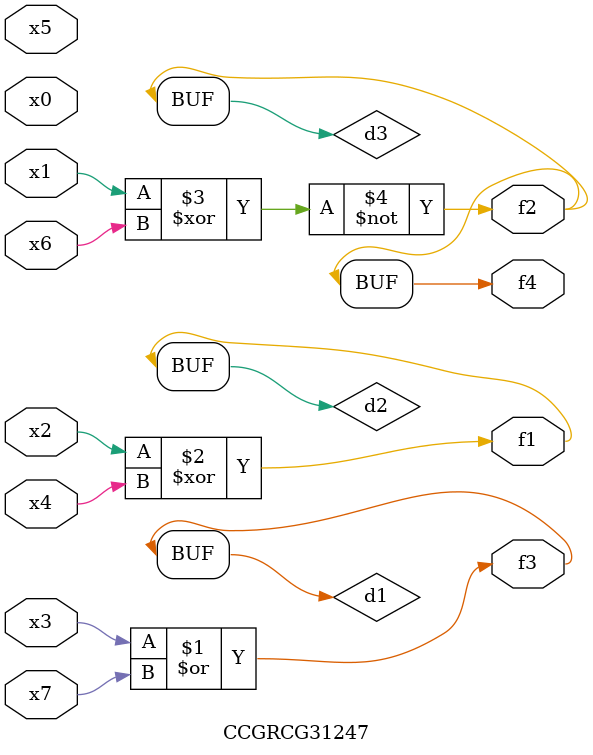
<source format=v>
module CCGRCG31247(
	input x0, x1, x2, x3, x4, x5, x6, x7,
	output f1, f2, f3, f4
);

	wire d1, d2, d3;

	or (d1, x3, x7);
	xor (d2, x2, x4);
	xnor (d3, x1, x6);
	assign f1 = d2;
	assign f2 = d3;
	assign f3 = d1;
	assign f4 = d3;
endmodule

</source>
